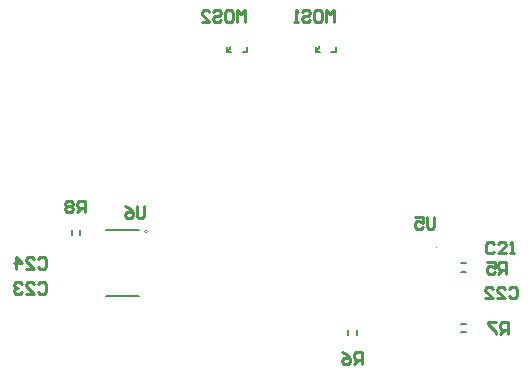
<source format=gbo>
G04 Layer_Color=32896*
%FSLAX44Y44*%
%MOMM*%
G71*
G01*
G75*
%ADD47C,0.1524*%
%ADD54C,0.2540*%
%ADD72C,0.2000*%
%ADD73C,0.1270*%
%ADD75C,0.1000*%
%ADD80C,0.0000*%
D47*
X794804Y480304D02*
G03*
X797573Y483122I-208J2974D01*
G01*
X719804Y480304D02*
G03*
X722573Y483122I-208J2974D01*
G01*
X794778Y480302D02*
Y483350D01*
Y479032D02*
Y480302D01*
X807986Y479032D02*
X811542D01*
Y483350D01*
X794778Y479032D02*
X798334D01*
X719778Y480302D02*
Y483350D01*
Y479032D02*
Y480302D01*
X732986Y479032D02*
X736542D01*
Y483350D01*
X719778Y479032D02*
X723334D01*
D54*
X649599Y348171D02*
Y339840D01*
X647933Y338174D01*
X644601D01*
X642935Y339840D01*
Y348171D01*
X632938D02*
X636270Y346505D01*
X639602Y343172D01*
Y339840D01*
X637936Y338174D01*
X634604D01*
X632938Y339840D01*
Y341506D01*
X634604Y343172D01*
X639602D01*
X895167Y338855D02*
Y330524D01*
X893501Y328858D01*
X890169D01*
X888502Y330524D01*
Y338855D01*
X878506D02*
X885170D01*
Y333856D01*
X881838Y335522D01*
X880172D01*
X878506Y333856D01*
Y330524D01*
X880172Y328858D01*
X883504D01*
X885170Y330524D01*
X598932Y343154D02*
Y353151D01*
X593934D01*
X592267Y351485D01*
Y348152D01*
X593934Y346486D01*
X598932D01*
X595600D02*
X592267Y343154D01*
X588935Y351485D02*
X587269Y353151D01*
X583937D01*
X582271Y351485D01*
Y349818D01*
X583937Y348152D01*
X582271Y346486D01*
Y344820D01*
X583937Y343154D01*
X587269D01*
X588935Y344820D01*
Y346486D01*
X587269Y348152D01*
X588935Y349818D01*
Y351485D01*
X587269Y348152D02*
X583937D01*
X957500Y240000D02*
Y249997D01*
X952502D01*
X950835Y248330D01*
Y244998D01*
X952502Y243332D01*
X957500D01*
X954168D02*
X950835Y240000D01*
X947503Y249997D02*
X940839D01*
Y248330D01*
X947503Y241666D01*
Y240000D01*
X833882Y215138D02*
Y225135D01*
X828884D01*
X827217Y223469D01*
Y220136D01*
X828884Y218470D01*
X833882D01*
X830550D02*
X827217Y215138D01*
X817221Y225135D02*
X820553Y223469D01*
X823885Y220136D01*
Y216804D01*
X822219Y215138D01*
X818887D01*
X817221Y216804D01*
Y218470D01*
X818887Y220136D01*
X823885D01*
X956056Y291338D02*
Y301335D01*
X951058D01*
X949391Y299669D01*
Y296336D01*
X951058Y294670D01*
X956056D01*
X952724D02*
X949391Y291338D01*
X939395Y301335D02*
X946059D01*
Y296336D01*
X942727Y298002D01*
X941061D01*
X939395Y296336D01*
Y293004D01*
X941061Y291338D01*
X944393D01*
X946059Y293004D01*
X734704Y504098D02*
Y514095D01*
X731372Y510762D01*
X728039Y514095D01*
Y504098D01*
X719709Y514095D02*
X723041D01*
X724707Y512429D01*
Y505764D01*
X723041Y504098D01*
X719709D01*
X718043Y505764D01*
Y512429D01*
X719709Y514095D01*
X708046Y512429D02*
X709712Y514095D01*
X713044D01*
X714710Y512429D01*
Y510762D01*
X713044Y509096D01*
X709712D01*
X708046Y507430D01*
Y505764D01*
X709712Y504098D01*
X713044D01*
X714710Y505764D01*
X698049Y504098D02*
X704714D01*
X698049Y510762D01*
Y512429D01*
X699715Y514095D01*
X703047D01*
X704714Y512429D01*
X809888Y504098D02*
Y514095D01*
X806556Y510762D01*
X803223Y514095D01*
Y504098D01*
X794893Y514095D02*
X798225D01*
X799891Y512429D01*
Y505764D01*
X798225Y504098D01*
X794893D01*
X793227Y505764D01*
Y512429D01*
X794893Y514095D01*
X783230Y512429D02*
X784896Y514095D01*
X788228D01*
X789894Y512429D01*
Y510762D01*
X788228Y509096D01*
X784896D01*
X783230Y507430D01*
Y505764D01*
X784896Y504098D01*
X788228D01*
X789894Y505764D01*
X779898Y504098D02*
X776565D01*
X778232D01*
Y514095D01*
X779898Y512429D01*
X559336Y303331D02*
X561002Y304997D01*
X564334D01*
X566000Y303331D01*
Y296666D01*
X564334Y295000D01*
X561002D01*
X559336Y296666D01*
X549339Y295000D02*
X556003D01*
X549339Y301665D01*
Y303331D01*
X551005Y304997D01*
X554337D01*
X556003Y303331D01*
X541008Y295000D02*
Y304997D01*
X546007Y299998D01*
X539342D01*
X559336Y282331D02*
X561002Y283997D01*
X564334D01*
X566000Y282331D01*
Y275666D01*
X564334Y274000D01*
X561002D01*
X559336Y275666D01*
X549339Y274000D02*
X556003D01*
X549339Y280665D01*
Y282331D01*
X551005Y283997D01*
X554337D01*
X556003Y282331D01*
X546007D02*
X544340Y283997D01*
X541008D01*
X539342Y282331D01*
Y280665D01*
X541008Y278998D01*
X542674D01*
X541008D01*
X539342Y277332D01*
Y275666D01*
X541008Y274000D01*
X544340D01*
X546007Y275666D01*
X958324Y278683D02*
X959990Y280349D01*
X963322D01*
X964988Y278683D01*
Y272018D01*
X963322Y270352D01*
X959990D01*
X958324Y272018D01*
X948327Y270352D02*
X954991D01*
X948327Y277017D01*
Y278683D01*
X949993Y280349D01*
X953325D01*
X954991Y278683D01*
X938330Y270352D02*
X944995D01*
X938330Y277017D01*
Y278683D01*
X939996Y280349D01*
X943328D01*
X944995Y278683D01*
X945703Y316687D02*
X944036Y318353D01*
X940704D01*
X939038Y316687D01*
Y310022D01*
X940704Y308356D01*
X944036D01*
X945703Y310022D01*
X955699Y308356D02*
X949035D01*
X955699Y315021D01*
Y316687D01*
X954033Y318353D01*
X950701D01*
X949035Y316687D01*
X959032Y308356D02*
X962364D01*
X960698D01*
Y318353D01*
X959032Y316687D01*
D72*
X917988Y299918D02*
X921988D01*
X917988Y292918D02*
X921988D01*
X918000Y248500D02*
X922000D01*
X918000Y241500D02*
X922000D01*
X829254Y239554D02*
Y243554D01*
X822254Y239554D02*
Y243554D01*
X595320Y324136D02*
Y328136D01*
X588320Y324136D02*
Y328136D01*
D73*
X616750Y328000D02*
X644750D01*
X616750Y272000D02*
X644750D01*
D75*
X897148Y313342D02*
G03*
X897148Y313342I-500J0D01*
G01*
D80*
X652020Y327000D02*
G03*
X652020Y327000I-1270J0D01*
G01*
M02*

</source>
